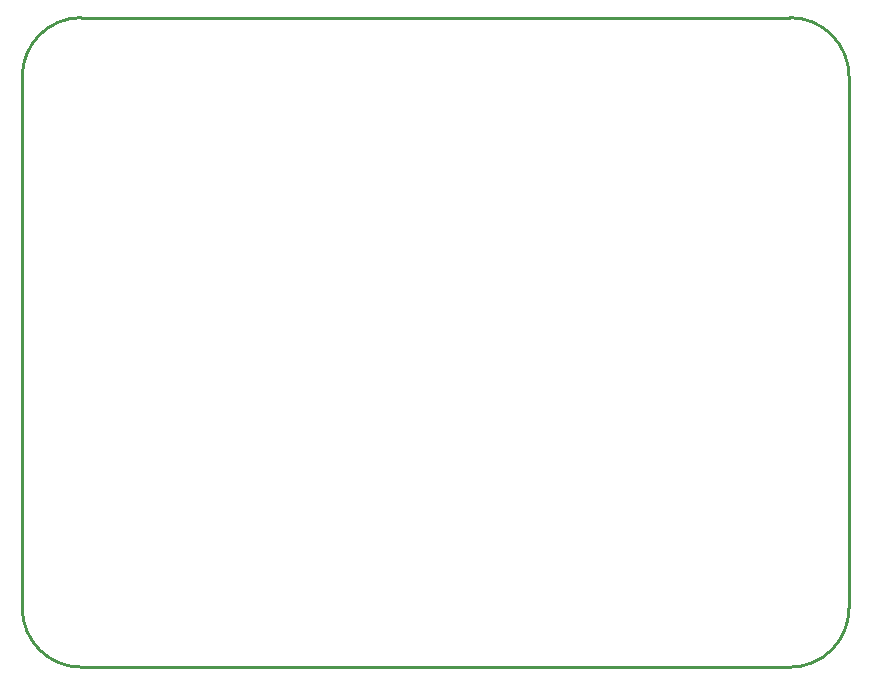
<source format=gko>
%FSTAX24Y24*%
%MOIN*%
%SFA1B1*%

%IPPOS*%
%ADD32C,0.010000*%
%LNpcb1-1*%
%LPD*%
G54D32*
X025591Y017717D02*
D01*
D01*
G75*
G03X023622Y019685I-001967J0D01*
G74*G01*
X0D02*
D01*
D01*
G75*
G03X-001969Y017717I0J-001969D01*
G74*G01*
Y0D02*
D01*
D01*
G75*
G03X0Y-001969I001969J0D01*
G74*G01*
X023622D02*
D01*
D01*
G75*
G03X025591Y0I0J001968D01*
G74*G01*
X0Y-001969D02*
X023622D01*
X-001969Y0D02*
Y017717D01*
X025591Y0D02*
Y017717D01*
X0Y019685D02*
X023622D01*
M02*
</source>
